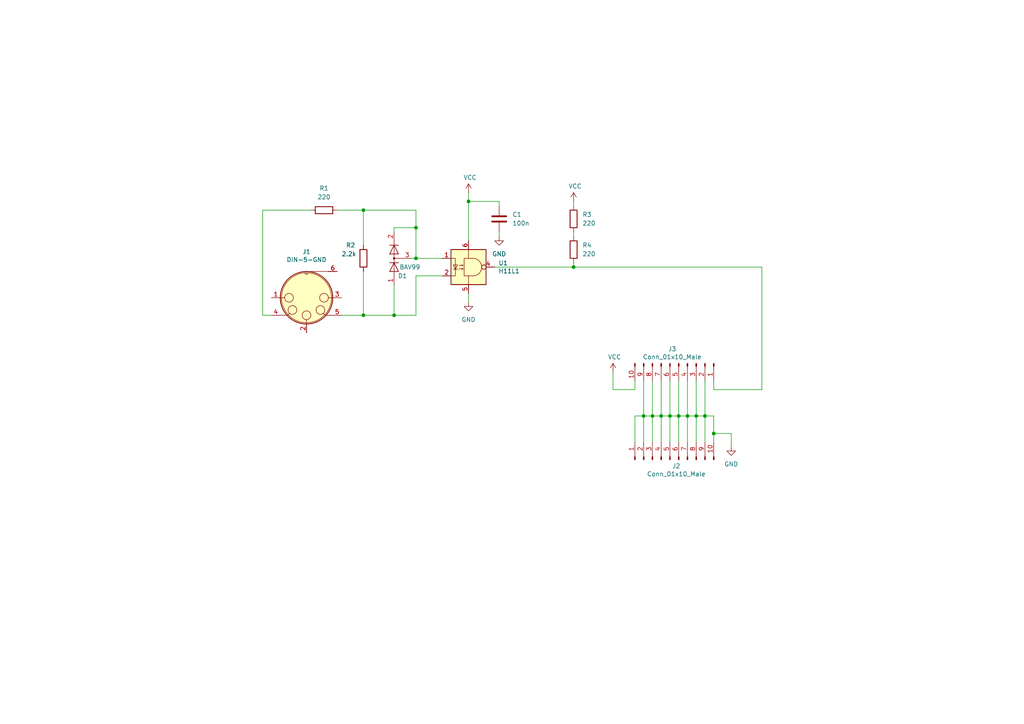
<source format=kicad_sch>
(kicad_sch (version 20211123) (generator eeschema)
  (paper "A4")
  (lib_symbols
    (symbol "Connector:Conn_01x10_Male" (pin_names (offset 1.016) hide)
      (property "Reference" "J" (at 0 12.7 0))
      (property "Value" "Conn_01x10_Male" (at 0 -15.24 0))
      (symbol "Conn_01x10_Male_1_1"
        (polyline (pts (xy 1.27 -12.7) (xy 0.8636 -12.7)) (stroke (width 0.1524)))
        (polyline (pts (xy 1.27 -10.16) (xy 0.8636 -10.16)) (stroke (width 0.1524)))
        (polyline (pts (xy 1.27 -7.62) (xy 0.8636 -7.62)) (stroke (width 0.1524)))
        (polyline (pts (xy 1.27 -5.08) (xy 0.8636 -5.08)) (stroke (width 0.1524)))
        (polyline (pts (xy 1.27 -2.54) (xy 0.8636 -2.54)) (stroke (width 0.1524)))
        (polyline (pts (xy 1.27 0) (xy 0.8636 0)) (stroke (width 0.1524)))
        (polyline (pts (xy 1.27 2.54) (xy 0.8636 2.54)) (stroke (width 0.1524)))
        (polyline (pts (xy 1.27 5.08) (xy 0.8636 5.08)) (stroke (width 0.1524)))
        (polyline (pts (xy 1.27 7.62) (xy 0.8636 7.62)) (stroke (width 0.1524)))
        (polyline (pts (xy 1.27 10.16) (xy 0.8636 10.16)) (stroke (width 0.1524)))
        (rectangle (start 0.8636 -12.573) (end 0 -12.827) (stroke (width 0.1524)) (fill (type outline)))
        (rectangle (start 0.8636 -10.033) (end 0 -10.287) (stroke (width 0.1524)) (fill (type outline)))
        (rectangle (start 0.8636 -7.493) (end 0 -7.747) (stroke (width 0.1524)) (fill (type outline)))
        (rectangle (start 0.8636 -4.953) (end 0 -5.207) (stroke (width 0.1524)) (fill (type outline)))
        (rectangle (start 0.8636 -2.413) (end 0 -2.667) (stroke (width 0.1524)) (fill (type outline)))
        (rectangle (start 0.8636 0.127) (end 0 -0.127) (stroke (width 0.1524)) (fill (type outline)))
        (rectangle (start 0.8636 2.667) (end 0 2.413) (stroke (width 0.1524)) (fill (type outline)))
        (rectangle (start 0.8636 5.207) (end 0 4.953) (stroke (width 0.1524)) (fill (type outline)))
        (rectangle (start 0.8636 7.747) (end 0 7.493) (stroke (width 0.1524)) (fill (type outline)))
        (rectangle (start 0.8636 10.287) (end 0 10.033) (stroke (width 0.1524)) (fill (type outline)))
        (pin passive line (at 5.08 10.16 180) (length 3.81) (name "Pin_1") (number "1"))
        (pin passive line (at 5.08 -12.7 180) (length 3.81) (name "Pin_10") (number "10"))
        (pin passive line (at 5.08 7.62 180) (length 3.81) (name "Pin_2") (number "2"))
        (pin passive line (at 5.08 5.08 180) (length 3.81) (name "Pin_3") (number "3"))
        (pin passive line (at 5.08 2.54 180) (length 3.81) (name "Pin_4") (number "4"))
        (pin passive line (at 5.08 0 180) (length 3.81) (name "Pin_5") (number "5"))
        (pin passive line (at 5.08 -2.54 180) (length 3.81) (name "Pin_6") (number "6"))
        (pin passive line (at 5.08 -5.08 180) (length 3.81) (name "Pin_7") (number "7"))
        (pin passive line (at 5.08 -7.62 180) (length 3.81) (name "Pin_8") (number "8"))
        (pin passive line (at 5.08 -10.16 180) (length 3.81) (name "Pin_9") (number "9"))
      )
    )
    (symbol "Device:C" (pin_numbers hide) (pin_names (offset 0.254))
      (property "Reference" "C" (at 0.635 2.54 0))
      (property "Value" "C" (at 0.635 -2.54 0))
      (symbol "C_0_1"
        (polyline (pts (xy -2.032 -0.762) (xy 2.032 -0.762)) (stroke (width 0.508)))
        (polyline (pts (xy -2.032 0.762) (xy 2.032 0.762)) (stroke (width 0.508)))
      )
      (symbol "C_1_1"
        (pin passive line (at 0 3.81 270) (length 2.794) (name "~") (number "1"))
        (pin passive line (at 0 -3.81 90) (length 2.794) (name "~") (number "2"))
      )
    )
    (symbol "Device:R" (pin_numbers hide) (pin_names (offset 0))
      (property "Reference" "R" (at 2.032 0 90))
      (property "Value" "R" (at 0 0 90))
      (symbol "R_0_1"
        (rectangle (start -1.016 -2.54) (end 1.016 2.54) (stroke (width 0.254)))
      )
      (symbol "R_1_1"
        (pin passive line (at 0 3.81 270) (length 1.27) (name "~") (number "1"))
        (pin passive line (at 0 -3.81 90) (length 1.27) (name "~") (number "2"))
      )
    )
    (symbol "Diode:BAV99" (pin_names hide)
      (property "Reference" "D" (at 0 5.08 0))
      (property "Value" "BAV99" (at 0 2.54 0))
      (symbol "BAV99_0_1"
        (polyline (pts (xy -5.08 0) (xy 5.08 0)))
      )
      (symbol "BAV99_1_1"
        (polyline (pts (xy 0 0) (xy 0 -2.54)))
        (polyline (pts (xy -1.27 -1.27) (xy -1.27 1.27) (xy -1.27 1.27)) (stroke (width 0.2032)))
        (polyline (pts (xy 3.81 1.27) (xy 3.81 -1.27) (xy 3.81 -1.27)) (stroke (width 0.2032)))
        (polyline (pts (xy -3.81 1.27) (xy -1.27 0) (xy -3.81 -1.27) (xy -3.81 1.27) (xy -3.81 1.27) (xy -3.81 1.27)) (stroke (width 0.2032)))
        (polyline (pts (xy 1.27 1.27) (xy 3.81 0) (xy 1.27 -1.27) (xy 1.27 1.27) (xy 1.27 1.27) (xy 1.27 1.27)) (stroke (width 0.2032)))
        (circle (center 0 0) (radius 0.254) (fill (type outline)))
        (pin passive line (at -7.62 0 0) (length 2.54) (name "K") (number "1"))
        (pin passive line (at 7.62 0 180) (length 2.54) (name "A") (number "2"))
        (pin passive line (at 0 -5.08 90) (length 2.54) (name "K") (number "3"))
      )
    )
    (symbol "Isolator:H11L1" (pin_names (offset 1.016))
      (property "Reference" "U" (at 1.27 8.89 0))
      (property "Value" "H11L1" (at 1.27 6.35 0))
      (symbol "H11L1_0_1"
        (rectangle (start -5.08 5.08) (end 5.08 -5.08) (stroke (width 0.254)) (fill (type background)))
        (polyline (pts (xy -4.445 -0.635) (xy -3.175 -0.635)))
        (polyline (pts (xy 0 2.54) (xy 0 5.08)))
        (polyline (pts (xy 0 -2.54) (xy 0 -5.08) (xy 0 -3.81)))
        (polyline (pts (xy -5.08 -2.54) (xy -3.81 -2.54) (xy -3.81 2.54) (xy -5.08 2.54)))
        (polyline (pts (xy -3.81 -0.635) (xy -4.445 0.635) (xy -3.175 0.635) (xy -3.81 -0.635)))
        (polyline (pts (xy 1.27 -2.54) (xy -1.27 -2.54) (xy -1.27 2.54) (xy 1.27 2.54)))
        (polyline (pts (xy -2.794 -0.508) (xy -1.524 -0.508) (xy -1.905 -0.635) (xy -1.905 -0.381) (xy -1.524 -0.508)))
        (polyline (pts (xy -2.794 0.508) (xy -1.524 0.508) (xy -1.905 0.381) (xy -1.905 0.635) (xy -1.524 0.508)))
        (arc (start 1.27 -2.54) (mid 3.81 0) (end 1.27 2.54))
      )
      (symbol "H11L1_1_1"
        (pin passive line (at -7.62 2.54 0) (length 2.54) (name "~") (number "1"))
        (pin passive line (at -7.62 -2.54 0) (length 2.54) (name "~") (number "2"))
        (pin no_connect line (at -5.08 0 0) (length 2.54) hide (name "~") (number "3"))
        (pin output inverted (at 7.62 0 180) (length 3.81) (name "~") (number "4"))
        (pin power_in line (at 0 -7.62 90) (length 2.54) (name "~") (number "5"))
        (pin power_in line (at 0 7.62 270) (length 2.54) (name "~") (number "6"))
      )
    )
    (symbol "midi-in-module-rescue:DIN-5-GND-din-5-gnd" (pin_names (offset 1.016) hide)
      (property "Reference" "J" (at 0 -8.89 0))
      (property "Value" "DIN-5-GND-din-5-gnd" (at 0 -10.795 0))
      (symbol "DIN-5-GND-din-5-gnd_0_1"
        (circle (center -5.08 0) (radius 1.27))
        (circle (center -4.0894 3.556) (radius 1.27))
        (polyline (pts (xy -7.62 5.08) (xy -5.588 5.08)))
        (polyline (pts (xy -6.35 0) (xy -7.62 0)))
        (polyline (pts (xy -5.588 5.08) (xy -4.826 4.572)))
        (polyline (pts (xy 0 6.35) (xy 0 7.62)))
        (polyline (pts (xy 5.5626 5.08) (xy 4.826 4.572)))
        (polyline (pts (xy 6.35 -7.62) (xy 1.27 -7.62)))
        (polyline (pts (xy 6.35 0) (xy 7.62 0)))
        (polyline (pts (xy 7.62 5.08) (xy 5.5626 5.08)))
        (circle (center 0 0) (radius 7.2644))
        (circle (center 0 0) (radius 7.62) (stroke (width 0.254)) (fill (type background)))
        (circle (center 0 5.08) (radius 1.27))
        (arc (start 0.4572 -7.2136) (mid 0 -6.7564) (end -0.4572 -7.2136))
        (circle (center 4.0386 3.556) (radius 1.27))
        (circle (center 5.08 0) (radius 1.27))
      )
      (symbol "DIN-5-GND-din-5-gnd_1_1"
        (pin passive line (at -10.16 0 0) (length 2.54) (name "1") (number "1"))
        (pin passive line (at 0 10.16 270) (length 2.54) (name "2") (number "2"))
        (pin passive line (at 10.16 0 180) (length 2.54) (name "3") (number "3"))
        (pin passive line (at -10.16 5.08 0) (length 2.54) (name "4") (number "4"))
        (pin passive line (at 10.16 5.08 180) (length 2.54) (name "5") (number "5"))
        (pin passive line (at 8.89 -7.62 180) (length 2.54) (name "~") (number "6"))
      )
    )
    (symbol "power:GND" (power) (pin_names (offset 0))
      (property "Value" "GND" (at 0 -3.81 0))
      (symbol "GND_0_1"
        (polyline (pts (xy 0 0) (xy 0 -1.27) (xy 1.27 -1.27) (xy 0 -2.54) (xy -1.27 -1.27) (xy 0 -1.27)))
      )
      (symbol "GND_1_1"
        (pin power_in line (at 0 0 270) (length 0) hide (name "GND") (number "1"))
      )
    )
    (symbol "power:VCC" (power) (pin_names (offset 0))
      (property "Value" "VCC" (at 0 3.81 0))
      (symbol "VCC_0_1"
        (polyline (pts (xy -0.762 1.27) (xy 0 2.54)))
        (polyline (pts (xy 0 0) (xy 0 2.54)))
        (polyline (pts (xy 0 2.54) (xy 0.762 1.27)))
      )
      (symbol "VCC_1_1"
        (pin power_in line (at 0 0 90) (length 0) hide (name "VCC") (number "1"))
      )
    )
  )
  (junction (at 201.93 120.65))
  (junction (at 105.41 91.44))
  (junction (at 166.37 77.47))
  (junction (at 186.69 120.65))
  (junction (at 191.77 120.65))
  (junction (at 196.85 120.65))
  (junction (at 207.01 125.73))
  (junction (at 199.39 120.65))
  (junction (at 194.31 120.65))
  (junction (at 120.65 74.93))
  (junction (at 114.3 91.44))
  (junction (at 189.23 120.65))
  (junction (at 204.47 120.65))
  (junction (at 135.89 58.42))
  (junction (at 105.41 60.96))
  (junction (at 120.65 66.04))
  (wire (pts (xy 186.69 120.65) (xy 184.15 120.65)))
  (wire (pts (xy 199.39 120.65) (xy 196.85 120.65)))
  (wire (pts (xy 207.01 113.03) (xy 207.01 110.49)))
  (wire (pts (xy 189.23 120.65) (xy 186.69 120.65)))
  (wire (pts (xy 166.37 76.2) (xy 166.37 77.47)))
  (wire (pts (xy 128.27 80.01) (xy 120.65 80.01)))
  (wire (pts (xy 220.98 113.03) (xy 207.01 113.03)))
  (wire (pts (xy 144.78 67.31) (xy 144.78 68.58)))
  (wire (pts (xy 114.3 82.55) (xy 114.3 91.44)))
  (wire (pts (xy 105.41 78.74) (xy 105.41 91.44)))
  (wire (pts (xy 135.89 55.88) (xy 135.89 58.42)))
  (wire (pts (xy 119.38 74.93) (xy 120.65 74.93)))
  (wire (pts (xy 114.3 67.31) (xy 114.3 66.04)))
  (wire (pts (xy 204.47 120.65) (xy 204.47 128.27)))
  (wire (pts (xy 135.89 85.09) (xy 135.89 87.63)))
  (wire (pts (xy 204.47 110.49) (xy 204.47 120.65)))
  (wire (pts (xy 120.65 80.01) (xy 120.65 91.44)))
  (wire (pts (xy 105.41 91.44) (xy 99.06 91.44)))
  (wire (pts (xy 166.37 77.47) (xy 220.98 77.47)))
  (wire (pts (xy 207.01 125.73) (xy 207.01 120.65)))
  (wire (pts (xy 120.65 91.44) (xy 114.3 91.44)))
  (wire (pts (xy 199.39 120.65) (xy 199.39 128.27)))
  (wire (pts (xy 207.01 125.73) (xy 212.09 125.73)))
  (wire (pts (xy 196.85 128.27) (xy 196.85 120.65)))
  (wire (pts (xy 76.2 91.44) (xy 76.2 60.96)))
  (wire (pts (xy 120.65 60.96) (xy 120.65 66.04)))
  (wire (pts (xy 204.47 120.65) (xy 201.93 120.65)))
  (wire (pts (xy 194.31 120.65) (xy 191.77 120.65)))
  (wire (pts (xy 191.77 120.65) (xy 189.23 120.65)))
  (wire (pts (xy 212.09 125.73) (xy 212.09 129.54)))
  (wire (pts (xy 177.8 113.03) (xy 184.15 113.03)))
  (wire (pts (xy 135.89 58.42) (xy 144.78 58.42)))
  (wire (pts (xy 184.15 120.65) (xy 184.15 128.27)))
  (wire (pts (xy 144.78 58.42) (xy 144.78 59.69)))
  (wire (pts (xy 201.93 120.65) (xy 199.39 120.65)))
  (wire (pts (xy 114.3 66.04) (xy 120.65 66.04)))
  (wire (pts (xy 189.23 110.49) (xy 189.23 120.65)))
  (wire (pts (xy 97.79 60.96) (xy 105.41 60.96)))
  (wire (pts (xy 120.65 74.93) (xy 128.27 74.93)))
  (wire (pts (xy 207.01 128.27) (xy 207.01 125.73)))
  (wire (pts (xy 191.77 120.65) (xy 191.77 110.49)))
  (wire (pts (xy 220.98 77.47) (xy 220.98 113.03)))
  (wire (pts (xy 194.31 110.49) (xy 194.31 120.65)))
  (wire (pts (xy 177.8 107.95) (xy 177.8 113.03)))
  (wire (pts (xy 196.85 120.65) (xy 196.85 110.49)))
  (wire (pts (xy 186.69 120.65) (xy 186.69 110.49)))
  (wire (pts (xy 105.41 71.12) (xy 105.41 60.96)))
  (wire (pts (xy 207.01 120.65) (xy 204.47 120.65)))
  (wire (pts (xy 143.51 77.47) (xy 166.37 77.47)))
  (wire (pts (xy 186.69 128.27) (xy 186.69 120.65)))
  (wire (pts (xy 166.37 58.42) (xy 166.37 59.69)))
  (wire (pts (xy 189.23 120.65) (xy 189.23 128.27)))
  (wire (pts (xy 135.89 69.85) (xy 135.89 58.42)))
  (wire (pts (xy 78.74 91.44) (xy 76.2 91.44)))
  (wire (pts (xy 201.93 120.65) (xy 201.93 110.49)))
  (wire (pts (xy 120.65 66.04) (xy 120.65 74.93)))
  (wire (pts (xy 201.93 128.27) (xy 201.93 120.65)))
  (wire (pts (xy 199.39 110.49) (xy 199.39 120.65)))
  (wire (pts (xy 105.41 60.96) (xy 120.65 60.96)))
  (wire (pts (xy 76.2 60.96) (xy 90.17 60.96)))
  (wire (pts (xy 114.3 91.44) (xy 105.41 91.44)))
  (wire (pts (xy 184.15 113.03) (xy 184.15 110.49)))
  (wire (pts (xy 194.31 120.65) (xy 194.31 128.27)))
  (wire (pts (xy 196.85 120.65) (xy 194.31 120.65)))
  (wire (pts (xy 166.37 67.31) (xy 166.37 68.58)))
  (wire (pts (xy 191.77 128.27) (xy 191.77 120.65)))
  (symbol (lib_id "midi-in-module-rescue:DIN-5-GND-din-5-gnd") (at 88.9 86.36 0) (mirror x) (unit 1)
    (property "Reference" "J1" (at 88.9 73.025 0))
    (property "Value" "DIN-5-GND" (at 88.9 75.3364 0))
    (property "Footprint" "Connectors:DIN_CUI_SD-50BV" (effects hide))
  )
  (symbol (lib_id "power:VCC") (at 135.89 55.88 0) (unit 1)
    (property "Reference" "#PWR01" (effects hide))
    (property "Value" "VCC" (at 136.3218 51.4858 0))
  )
  (symbol (lib_id "power:VCC") (at 166.37 58.42 0) (unit 1)
    (property "Reference" "#PWR04" (effects hide))
    (property "Value" "VCC" (at 166.8018 54.0258 0))
  )
  (symbol (lib_id "Connector:Conn_01x10_Male") (at 196.85 105.41 270) (unit 1)
    (property "Reference" "J3" (at 194.9704 101.219 90))
    (property "Value" "Conn_01x10_Male" (at 194.9704 103.5304 90))
    (property "Footprint" "Connector_PinHeader_2.54mm:PinHeader_1x10_P2.54mm_Vertical" (effects hide))
  )
  (symbol (lib_id "Connector:Conn_01x10_Male") (at 194.31 133.35 90) (unit 1)
    (property "Reference" "J2" (at 196.1642 135.1788 90))
    (property "Value" "Conn_01x10_Male" (at 196.1642 137.4902 90))
    (property "Footprint" "Connector_PinHeader_2.54mm:PinHeader_1x10_P2.54mm_Vertical" (effects hide))
  )
  (symbol (lib_id "power:VCC") (at 177.8 107.95 0) (unit 1)
    (property "Reference" "#PWR05" (effects hide))
    (property "Value" "VCC" (at 178.2318 103.5558 0))
  )
  (symbol (lib_id "Isolator:H11L1") (at 135.89 77.47 0) (unit 1)
    (property "Reference" "U1" (at 144.5514 76.3016 0) (effects (justify left)))
    (property "Value" "H11L1" (at 144.5514 78.613 0) (effects (justify left)))
    (property "Footprint" "Package_DIP:DIP-6_W8.89mm_SMDSocket_LongPads" (effects hide))
    (property "Datasheet" "https://www.fairchildsemi.com/datasheets/H1/H11L1M.pdf" (effects hide))
  )
  (symbol (lib_id "Device:R") (at 93.98 60.96 90) (unit 1)
    (property "Reference" "R1" (at 93.98 54.61 90))
    (property "Value" "220" (at 93.98 57.15 90))
    (property "Footprint" "Resistor_SMD:R_1206_3216Metric" (effects hide))
  )
  (symbol (lib_id "Device:R") (at 105.41 74.93 180) (unit 1)
    (property "Reference" "R2" (at 100.33 71.12 0) (effects (justify right)))
    (property "Value" "2.2k" (at 99.06 73.66 0) (effects (justify right)))
    (property "Footprint" "Resistor_SMD:R_0805_2012Metric" (effects hide))
  )
  (symbol (lib_id "power:GND") (at 135.89 87.63 0) (unit 1)
    (property "Reference" "#PWR02" (effects hide))
    (property "Value" "GND" (at 135.89 92.71 0))
  )
  (symbol (lib_id "power:GND") (at 212.09 129.54 0) (unit 1)
    (property "Reference" "#PWR06" (effects hide))
    (property "Value" "GND" (at 212.09 134.62 0))
  )
  (symbol (lib_id "power:GND") (at 144.78 68.58 0) (unit 1)
    (property "Reference" "#PWR03" (effects hide))
    (property "Value" "GND" (at 144.78 73.66 0))
  )
  (symbol (lib_id "Diode:BAV99") (at 114.3 74.93 90) (unit 1)
    (property "Reference" "D1" (at 118.11 80.01 90) (effects (justify left)))
    (property "Value" "BAV99" (at 121.92 77.47 90) (effects (justify left)))
    (property "Footprint" "Package_TO_SOT_SMD:SOT-23" (effects hide))
    (property "Datasheet" "https://assets.nexperia.com/documents/data-sheet/BAV99_SER.pdf" (effects hide))
  )
  (symbol (lib_id "Device:R") (at 166.37 72.39 180) (unit 1)
    (property "Reference" "R4" (at 168.91 71.1199 0) (effects (justify right)))
    (property "Value" "220" (at 168.91 73.6599 0) (effects (justify right)))
    (property "Footprint" "Resistor_SMD:R_1206_3216Metric" (effects hide))
  )
  (symbol (lib_id "Device:R") (at 166.37 63.5 180) (unit 1)
    (property "Reference" "R3" (at 168.91 62.2299 0) (effects (justify right)))
    (property "Value" "220" (at 168.91 64.7699 0) (effects (justify right)))
    (property "Footprint" "Resistor_SMD:R_1206_3216Metric" (effects hide))
  )
  (symbol (lib_id "Device:C") (at 144.78 63.5 0) (unit 1)
    (property "Reference" "C1" (at 148.59 62.2299 0) (effects (justify left)))
    (property "Value" "100n" (at 148.59 64.7699 0) (effects (justify left)))
    (property "Footprint" "Capacitor_SMD:C_0805_2012Metric" (effects hide))
  )
)
</source>
